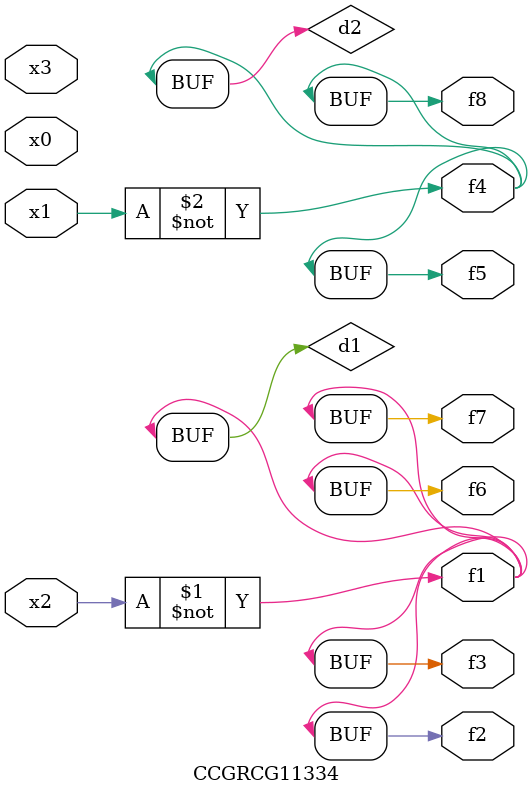
<source format=v>
module CCGRCG11334(
	input x0, x1, x2, x3,
	output f1, f2, f3, f4, f5, f6, f7, f8
);

	wire d1, d2;

	xnor (d1, x2);
	not (d2, x1);
	assign f1 = d1;
	assign f2 = d1;
	assign f3 = d1;
	assign f4 = d2;
	assign f5 = d2;
	assign f6 = d1;
	assign f7 = d1;
	assign f8 = d2;
endmodule

</source>
